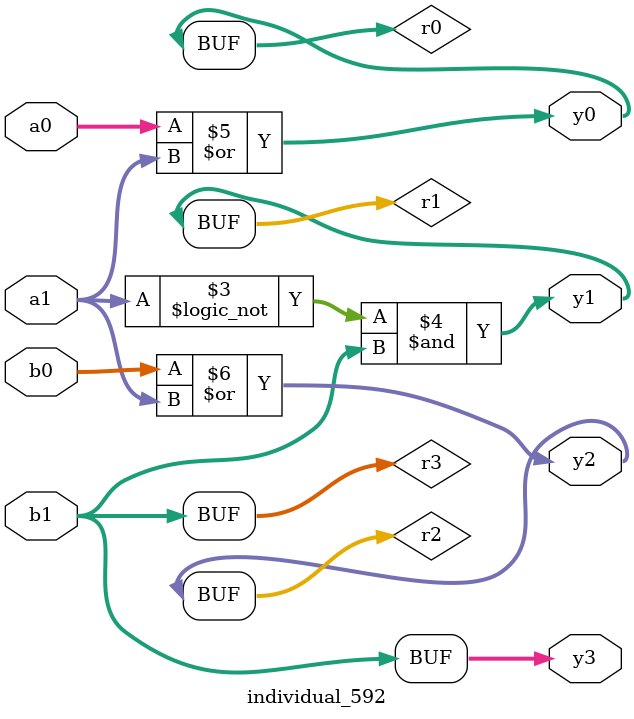
<source format=sv>
module individual_592(input logic [15:0] a1, input logic [15:0] a0, input logic [15:0] b1, input logic [15:0] b0, output logic [15:0] y3, output logic [15:0] y2, output logic [15:0] y1, output logic [15:0] y0);
logic [15:0] r0, r1, r2, r3; 
 always@(*) begin 
	 r0 = a0; r1 = a1; r2 = b0; r3 = b1; 
 	 r1  &=  r1 ;
 	 r1 = ! a1 ;
 	 r1  &=  b1 ;
 	 r0  |=  a1 ;
 	 r2  |=  a1 ;
 	 y3 = r3; y2 = r2; y1 = r1; y0 = r0; 
end
endmodule
</source>
